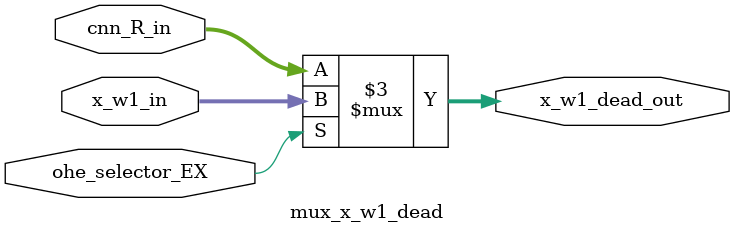
<source format=v>




`timescale 1ns/1ps

// module mux_x_w1_dead : mux_x_w1_dead
module mux_x_w1_dead
  ( input                    ohe_selector_EX,
    input      signed [31:0] cnn_R_in, // w32
    input      signed [31:0] x_w1_in, // w32
    output reg signed [31:0] x_w1_dead_out // w32
  );


  always @ (*)

  begin : p_mux_x_w1_dead

    // x_w1_dead_out = 32'sh0;

    // (x_w1_dead_copy0_cnn_w1_EX)
    // [cnn.n:34]
    x_w1_dead_out = cnn_R_in;

    if (ohe_selector_EX) // (x_w1_dead_copy0_x_w1_EX)
    begin
      // [regX.n:98]
      x_w1_dead_out = x_w1_in;
    end

  end

endmodule

</source>
